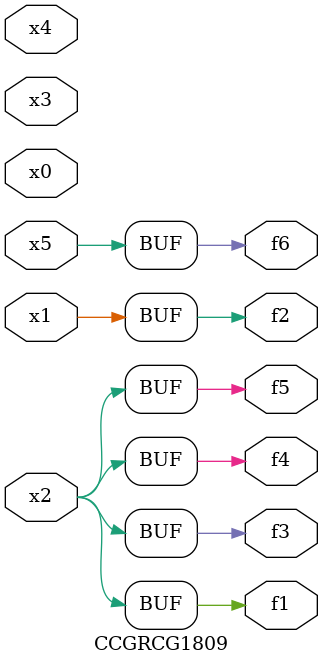
<source format=v>
module CCGRCG1809(
	input x0, x1, x2, x3, x4, x5,
	output f1, f2, f3, f4, f5, f6
);
	assign f1 = x2;
	assign f2 = x1;
	assign f3 = x2;
	assign f4 = x2;
	assign f5 = x2;
	assign f6 = x5;
endmodule

</source>
